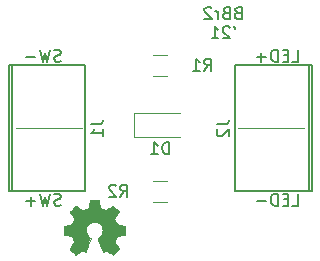
<source format=gbr>
%TF.GenerationSoftware,KiCad,Pcbnew,(5.1.10)-1*%
%TF.CreationDate,2021-07-06T18:58:15-04:00*%
%TF.ProjectId,button_mount,62757474-6f6e-45f6-9d6f-756e742e6b69,rev?*%
%TF.SameCoordinates,Original*%
%TF.FileFunction,Legend,Bot*%
%TF.FilePolarity,Positive*%
%FSLAX46Y46*%
G04 Gerber Fmt 4.6, Leading zero omitted, Abs format (unit mm)*
G04 Created by KiCad (PCBNEW (5.1.10)-1) date 2021-07-06 18:58:15*
%MOMM*%
%LPD*%
G01*
G04 APERTURE LIST*
%ADD10C,0.120000*%
%ADD11C,0.150000*%
%ADD12C,0.002540*%
G04 APERTURE END LIST*
D10*
X130048000Y-88900000D02*
X124460000Y-88900000D01*
X105664000Y-88900000D02*
X111252000Y-88900000D01*
D11*
X124404285Y-79113571D02*
X124261428Y-79161190D01*
X124213809Y-79208809D01*
X124166190Y-79304047D01*
X124166190Y-79446904D01*
X124213809Y-79542142D01*
X124261428Y-79589761D01*
X124356666Y-79637380D01*
X124737619Y-79637380D01*
X124737619Y-78637380D01*
X124404285Y-78637380D01*
X124309047Y-78685000D01*
X124261428Y-78732619D01*
X124213809Y-78827857D01*
X124213809Y-78923095D01*
X124261428Y-79018333D01*
X124309047Y-79065952D01*
X124404285Y-79113571D01*
X124737619Y-79113571D01*
X123404285Y-79113571D02*
X123261428Y-79161190D01*
X123213809Y-79208809D01*
X123166190Y-79304047D01*
X123166190Y-79446904D01*
X123213809Y-79542142D01*
X123261428Y-79589761D01*
X123356666Y-79637380D01*
X123737619Y-79637380D01*
X123737619Y-78637380D01*
X123404285Y-78637380D01*
X123309047Y-78685000D01*
X123261428Y-78732619D01*
X123213809Y-78827857D01*
X123213809Y-78923095D01*
X123261428Y-79018333D01*
X123309047Y-79065952D01*
X123404285Y-79113571D01*
X123737619Y-79113571D01*
X122737619Y-79637380D02*
X122737619Y-78970714D01*
X122737619Y-79161190D02*
X122690000Y-79065952D01*
X122642380Y-79018333D01*
X122547142Y-78970714D01*
X122451904Y-78970714D01*
X122166190Y-78732619D02*
X122118571Y-78685000D01*
X122023333Y-78637380D01*
X121785238Y-78637380D01*
X121690000Y-78685000D01*
X121642380Y-78732619D01*
X121594761Y-78827857D01*
X121594761Y-78923095D01*
X121642380Y-79065952D01*
X122213809Y-79637380D01*
X121594761Y-79637380D01*
X124094761Y-80287380D02*
X124190000Y-80477857D01*
X123713809Y-80382619D02*
X123666190Y-80335000D01*
X123570952Y-80287380D01*
X123332857Y-80287380D01*
X123237619Y-80335000D01*
X123190000Y-80382619D01*
X123142380Y-80477857D01*
X123142380Y-80573095D01*
X123190000Y-80715952D01*
X123761428Y-81287380D01*
X123142380Y-81287380D01*
X122190000Y-81287380D02*
X122761428Y-81287380D01*
X122475714Y-81287380D02*
X122475714Y-80287380D01*
X122570952Y-80430238D01*
X122666190Y-80525476D01*
X122761428Y-80573095D01*
X129023904Y-95448380D02*
X129500095Y-95448380D01*
X129500095Y-94448380D01*
X128690571Y-94924571D02*
X128357238Y-94924571D01*
X128214380Y-95448380D02*
X128690571Y-95448380D01*
X128690571Y-94448380D01*
X128214380Y-94448380D01*
X127785809Y-95448380D02*
X127785809Y-94448380D01*
X127547714Y-94448380D01*
X127404857Y-94496000D01*
X127309619Y-94591238D01*
X127262000Y-94686476D01*
X127214380Y-94876952D01*
X127214380Y-95019809D01*
X127262000Y-95210285D01*
X127309619Y-95305523D01*
X127404857Y-95400761D01*
X127547714Y-95448380D01*
X127785809Y-95448380D01*
X126785809Y-95067428D02*
X126023904Y-95067428D01*
X129023904Y-83256380D02*
X129500095Y-83256380D01*
X129500095Y-82256380D01*
X128690571Y-82732571D02*
X128357238Y-82732571D01*
X128214380Y-83256380D02*
X128690571Y-83256380D01*
X128690571Y-82256380D01*
X128214380Y-82256380D01*
X127785809Y-83256380D02*
X127785809Y-82256380D01*
X127547714Y-82256380D01*
X127404857Y-82304000D01*
X127309619Y-82399238D01*
X127262000Y-82494476D01*
X127214380Y-82684952D01*
X127214380Y-82827809D01*
X127262000Y-83018285D01*
X127309619Y-83113523D01*
X127404857Y-83208761D01*
X127547714Y-83256380D01*
X127785809Y-83256380D01*
X126785809Y-82875428D02*
X126023904Y-82875428D01*
X126404857Y-83256380D02*
X126404857Y-82494476D01*
X109426190Y-83208761D02*
X109283333Y-83256380D01*
X109045238Y-83256380D01*
X108950000Y-83208761D01*
X108902380Y-83161142D01*
X108854761Y-83065904D01*
X108854761Y-82970666D01*
X108902380Y-82875428D01*
X108950000Y-82827809D01*
X109045238Y-82780190D01*
X109235714Y-82732571D01*
X109330952Y-82684952D01*
X109378571Y-82637333D01*
X109426190Y-82542095D01*
X109426190Y-82446857D01*
X109378571Y-82351619D01*
X109330952Y-82304000D01*
X109235714Y-82256380D01*
X108997619Y-82256380D01*
X108854761Y-82304000D01*
X108521428Y-82256380D02*
X108283333Y-83256380D01*
X108092857Y-82542095D01*
X107902380Y-83256380D01*
X107664285Y-82256380D01*
X107283333Y-82875428D02*
X106521428Y-82875428D01*
X109426190Y-95400761D02*
X109283333Y-95448380D01*
X109045238Y-95448380D01*
X108950000Y-95400761D01*
X108902380Y-95353142D01*
X108854761Y-95257904D01*
X108854761Y-95162666D01*
X108902380Y-95067428D01*
X108950000Y-95019809D01*
X109045238Y-94972190D01*
X109235714Y-94924571D01*
X109330952Y-94876952D01*
X109378571Y-94829333D01*
X109426190Y-94734095D01*
X109426190Y-94638857D01*
X109378571Y-94543619D01*
X109330952Y-94496000D01*
X109235714Y-94448380D01*
X108997619Y-94448380D01*
X108854761Y-94496000D01*
X108521428Y-94448380D02*
X108283333Y-95448380D01*
X108092857Y-94734095D01*
X107902380Y-95448380D01*
X107664285Y-94448380D01*
X107283333Y-95067428D02*
X106521428Y-95067428D01*
X106902380Y-95448380D02*
X106902380Y-94686476D01*
%TO.C,J2*%
X124208000Y-83590000D02*
X124208000Y-94210000D01*
X130708000Y-83590000D02*
X130708000Y-94210000D01*
X130408000Y-83590000D02*
X130408000Y-94210000D01*
X124208000Y-83590000D02*
X130708000Y-83590000D01*
X124208000Y-94210000D02*
X130708000Y-94210000D01*
%TO.C,J1*%
X111504000Y-94210000D02*
X111504000Y-83590000D01*
X105004000Y-94210000D02*
X105004000Y-83590000D01*
X105304000Y-94210000D02*
X105304000Y-83590000D01*
X111504000Y-94210000D02*
X105004000Y-94210000D01*
X111504000Y-83590000D02*
X105004000Y-83590000D01*
D12*
%TO.C,G\u002A\u002A\u002A*%
G36*
X113842800Y-99616260D02*
G01*
X113814860Y-99603560D01*
X113753900Y-99562920D01*
X113667540Y-99507040D01*
X113565940Y-99438460D01*
X113461800Y-99369880D01*
X113377980Y-99311460D01*
X113319560Y-99273360D01*
X113294160Y-99260660D01*
X113281460Y-99265740D01*
X113230660Y-99288600D01*
X113159540Y-99326700D01*
X113118900Y-99347020D01*
X113055400Y-99374960D01*
X113022380Y-99380040D01*
X113017300Y-99372420D01*
X112991900Y-99321620D01*
X112956340Y-99237800D01*
X112905540Y-99123500D01*
X112849660Y-98991420D01*
X112788700Y-98849180D01*
X112730280Y-98704400D01*
X112671860Y-98567240D01*
X112621060Y-98442780D01*
X112580420Y-98341180D01*
X112552480Y-98270060D01*
X112542320Y-98239580D01*
X112547400Y-98234500D01*
X112577880Y-98201480D01*
X112636300Y-98158300D01*
X112758220Y-98059240D01*
X112880140Y-97906840D01*
X112953800Y-97736660D01*
X112979200Y-97543620D01*
X112958880Y-97365820D01*
X112887760Y-97198180D01*
X112768380Y-97045780D01*
X112626140Y-96931480D01*
X112455960Y-96857820D01*
X112268000Y-96834960D01*
X112087660Y-96855280D01*
X111912400Y-96923860D01*
X111760000Y-97040700D01*
X111696500Y-97116900D01*
X111605060Y-97271840D01*
X111554260Y-97436940D01*
X111549180Y-97477580D01*
X111556800Y-97660460D01*
X111610140Y-97835720D01*
X111706660Y-97993200D01*
X111841280Y-98120200D01*
X111859060Y-98132900D01*
X111920020Y-98178620D01*
X111963200Y-98211640D01*
X111993680Y-98237040D01*
X111762540Y-98798380D01*
X111724440Y-98887280D01*
X111660940Y-99039680D01*
X111605060Y-99171760D01*
X111559340Y-99275900D01*
X111528860Y-99347020D01*
X111516160Y-99374960D01*
X111513620Y-99374960D01*
X111493300Y-99380040D01*
X111450120Y-99364800D01*
X111373920Y-99326700D01*
X111320580Y-99298760D01*
X111262160Y-99270820D01*
X111234220Y-99260660D01*
X111211360Y-99273360D01*
X111155480Y-99308920D01*
X111071660Y-99364800D01*
X110972600Y-99433380D01*
X110876080Y-99496880D01*
X110789720Y-99555300D01*
X110723680Y-99595940D01*
X110693200Y-99613720D01*
X110688120Y-99613720D01*
X110660180Y-99598480D01*
X110611920Y-99555300D01*
X110535720Y-99484180D01*
X110426500Y-99377500D01*
X110411260Y-99362260D01*
X110322360Y-99270820D01*
X110248700Y-99194620D01*
X110200440Y-99141280D01*
X110185200Y-99115880D01*
X110200440Y-99085400D01*
X110241080Y-99021900D01*
X110299500Y-98933000D01*
X110370620Y-98828860D01*
X110556040Y-98559620D01*
X110451900Y-98305620D01*
X110421420Y-98229420D01*
X110383320Y-98135440D01*
X110352840Y-98066860D01*
X110337600Y-98038920D01*
X110309660Y-98028760D01*
X110241080Y-98010980D01*
X110139480Y-97990660D01*
X110020100Y-97967800D01*
X109905800Y-97947480D01*
X109801660Y-97927160D01*
X109725460Y-97911920D01*
X109692440Y-97906840D01*
X109684820Y-97901760D01*
X109677200Y-97883980D01*
X109674660Y-97850960D01*
X109669580Y-97787460D01*
X109669580Y-97688400D01*
X109669580Y-97543620D01*
X109669580Y-97528380D01*
X109669580Y-97391220D01*
X109672120Y-97282000D01*
X109677200Y-97213420D01*
X109682280Y-97185480D01*
X109715300Y-97177860D01*
X109786420Y-97160080D01*
X109890560Y-97142300D01*
X110015020Y-97116900D01*
X110022640Y-97116900D01*
X110144560Y-97091500D01*
X110248700Y-97071180D01*
X110319820Y-97053400D01*
X110350300Y-97045780D01*
X110357920Y-97035620D01*
X110380780Y-96987360D01*
X110416340Y-96911160D01*
X110456980Y-96819720D01*
X110497620Y-96723200D01*
X110533180Y-96634300D01*
X110556040Y-96570800D01*
X110563660Y-96540320D01*
X110543340Y-96509840D01*
X110502700Y-96446340D01*
X110441740Y-96359980D01*
X110370620Y-96253300D01*
X110365540Y-96245680D01*
X110294420Y-96141540D01*
X110236000Y-96055180D01*
X110197900Y-95991680D01*
X110185200Y-95963740D01*
X110185200Y-95961200D01*
X110208060Y-95930720D01*
X110261400Y-95872300D01*
X110337600Y-95793560D01*
X110426500Y-95699580D01*
X110456980Y-95671640D01*
X110558580Y-95572580D01*
X110627160Y-95509080D01*
X110672880Y-95473520D01*
X110693200Y-95465900D01*
X110693200Y-95468440D01*
X110723680Y-95486220D01*
X110789720Y-95529400D01*
X110878620Y-95590360D01*
X110985300Y-95661480D01*
X110992920Y-95666560D01*
X111097060Y-95737680D01*
X111183420Y-95796100D01*
X111244380Y-95836740D01*
X111272320Y-95851980D01*
X111274860Y-95851980D01*
X111318040Y-95839280D01*
X111391700Y-95813880D01*
X111483140Y-95778320D01*
X111579660Y-95740220D01*
X111666020Y-95704660D01*
X111732060Y-95674180D01*
X111762540Y-95656400D01*
X111762540Y-95653860D01*
X111775240Y-95618300D01*
X111793020Y-95539560D01*
X111815880Y-95432880D01*
X111838740Y-95305880D01*
X111843820Y-95285560D01*
X111866680Y-95161100D01*
X111887000Y-95059500D01*
X111899700Y-94988380D01*
X111907320Y-94957900D01*
X111925100Y-94955360D01*
X111986060Y-94950280D01*
X112077500Y-94947740D01*
X112189260Y-94945200D01*
X112306100Y-94947740D01*
X112420400Y-94950280D01*
X112519460Y-94952820D01*
X112590580Y-94957900D01*
X112618520Y-94962980D01*
X112621060Y-94965520D01*
X112631220Y-95003620D01*
X112649000Y-95082360D01*
X112669320Y-95189040D01*
X112694720Y-95316040D01*
X112699800Y-95338900D01*
X112722660Y-95463360D01*
X112742980Y-95564960D01*
X112758220Y-95633540D01*
X112765840Y-95661480D01*
X112776000Y-95666560D01*
X112826800Y-95689420D01*
X112910620Y-95724980D01*
X113012220Y-95765620D01*
X113250980Y-95862140D01*
X113543080Y-95661480D01*
X113571020Y-95643700D01*
X113675160Y-95572580D01*
X113761520Y-95514160D01*
X113822480Y-95476060D01*
X113845340Y-95460820D01*
X113847880Y-95463360D01*
X113875820Y-95488760D01*
X113934240Y-95542100D01*
X114012980Y-95618300D01*
X114106960Y-95709740D01*
X114173000Y-95778320D01*
X114254280Y-95862140D01*
X114305080Y-95915480D01*
X114333020Y-95951040D01*
X114343180Y-95973900D01*
X114340640Y-95986600D01*
X114320320Y-96017080D01*
X114279680Y-96080580D01*
X114218720Y-96169480D01*
X114147600Y-96273620D01*
X114089180Y-96359980D01*
X114025680Y-96456500D01*
X113985040Y-96527620D01*
X113969800Y-96560640D01*
X113974880Y-96575880D01*
X113992660Y-96631760D01*
X114028220Y-96718120D01*
X114071400Y-96822260D01*
X114173000Y-97053400D01*
X114325400Y-97081340D01*
X114416840Y-97099120D01*
X114546380Y-97124520D01*
X114668300Y-97147380D01*
X114861340Y-97185480D01*
X114866420Y-97889060D01*
X114838480Y-97901760D01*
X114808000Y-97909380D01*
X114736880Y-97924620D01*
X114635280Y-97944940D01*
X114515900Y-97967800D01*
X114414300Y-97985580D01*
X114312700Y-98005900D01*
X114239040Y-98018600D01*
X114206020Y-98026220D01*
X114198400Y-98038920D01*
X114170460Y-98087180D01*
X114134900Y-98165920D01*
X114094260Y-98262440D01*
X114053620Y-98361500D01*
X114018060Y-98450400D01*
X113992660Y-98521520D01*
X113982500Y-98557080D01*
X113997740Y-98582480D01*
X114035840Y-98643440D01*
X114091720Y-98729800D01*
X114162840Y-98831400D01*
X114231420Y-98933000D01*
X114289840Y-99021900D01*
X114330480Y-99085400D01*
X114348260Y-99113340D01*
X114340640Y-99131120D01*
X114300000Y-99181920D01*
X114221260Y-99260660D01*
X114106960Y-99374960D01*
X114089180Y-99392740D01*
X113997740Y-99481640D01*
X113921540Y-99552760D01*
X113868200Y-99598480D01*
X113842800Y-99616260D01*
G37*
X113842800Y-99616260D02*
X113814860Y-99603560D01*
X113753900Y-99562920D01*
X113667540Y-99507040D01*
X113565940Y-99438460D01*
X113461800Y-99369880D01*
X113377980Y-99311460D01*
X113319560Y-99273360D01*
X113294160Y-99260660D01*
X113281460Y-99265740D01*
X113230660Y-99288600D01*
X113159540Y-99326700D01*
X113118900Y-99347020D01*
X113055400Y-99374960D01*
X113022380Y-99380040D01*
X113017300Y-99372420D01*
X112991900Y-99321620D01*
X112956340Y-99237800D01*
X112905540Y-99123500D01*
X112849660Y-98991420D01*
X112788700Y-98849180D01*
X112730280Y-98704400D01*
X112671860Y-98567240D01*
X112621060Y-98442780D01*
X112580420Y-98341180D01*
X112552480Y-98270060D01*
X112542320Y-98239580D01*
X112547400Y-98234500D01*
X112577880Y-98201480D01*
X112636300Y-98158300D01*
X112758220Y-98059240D01*
X112880140Y-97906840D01*
X112953800Y-97736660D01*
X112979200Y-97543620D01*
X112958880Y-97365820D01*
X112887760Y-97198180D01*
X112768380Y-97045780D01*
X112626140Y-96931480D01*
X112455960Y-96857820D01*
X112268000Y-96834960D01*
X112087660Y-96855280D01*
X111912400Y-96923860D01*
X111760000Y-97040700D01*
X111696500Y-97116900D01*
X111605060Y-97271840D01*
X111554260Y-97436940D01*
X111549180Y-97477580D01*
X111556800Y-97660460D01*
X111610140Y-97835720D01*
X111706660Y-97993200D01*
X111841280Y-98120200D01*
X111859060Y-98132900D01*
X111920020Y-98178620D01*
X111963200Y-98211640D01*
X111993680Y-98237040D01*
X111762540Y-98798380D01*
X111724440Y-98887280D01*
X111660940Y-99039680D01*
X111605060Y-99171760D01*
X111559340Y-99275900D01*
X111528860Y-99347020D01*
X111516160Y-99374960D01*
X111513620Y-99374960D01*
X111493300Y-99380040D01*
X111450120Y-99364800D01*
X111373920Y-99326700D01*
X111320580Y-99298760D01*
X111262160Y-99270820D01*
X111234220Y-99260660D01*
X111211360Y-99273360D01*
X111155480Y-99308920D01*
X111071660Y-99364800D01*
X110972600Y-99433380D01*
X110876080Y-99496880D01*
X110789720Y-99555300D01*
X110723680Y-99595940D01*
X110693200Y-99613720D01*
X110688120Y-99613720D01*
X110660180Y-99598480D01*
X110611920Y-99555300D01*
X110535720Y-99484180D01*
X110426500Y-99377500D01*
X110411260Y-99362260D01*
X110322360Y-99270820D01*
X110248700Y-99194620D01*
X110200440Y-99141280D01*
X110185200Y-99115880D01*
X110200440Y-99085400D01*
X110241080Y-99021900D01*
X110299500Y-98933000D01*
X110370620Y-98828860D01*
X110556040Y-98559620D01*
X110451900Y-98305620D01*
X110421420Y-98229420D01*
X110383320Y-98135440D01*
X110352840Y-98066860D01*
X110337600Y-98038920D01*
X110309660Y-98028760D01*
X110241080Y-98010980D01*
X110139480Y-97990660D01*
X110020100Y-97967800D01*
X109905800Y-97947480D01*
X109801660Y-97927160D01*
X109725460Y-97911920D01*
X109692440Y-97906840D01*
X109684820Y-97901760D01*
X109677200Y-97883980D01*
X109674660Y-97850960D01*
X109669580Y-97787460D01*
X109669580Y-97688400D01*
X109669580Y-97543620D01*
X109669580Y-97528380D01*
X109669580Y-97391220D01*
X109672120Y-97282000D01*
X109677200Y-97213420D01*
X109682280Y-97185480D01*
X109715300Y-97177860D01*
X109786420Y-97160080D01*
X109890560Y-97142300D01*
X110015020Y-97116900D01*
X110022640Y-97116900D01*
X110144560Y-97091500D01*
X110248700Y-97071180D01*
X110319820Y-97053400D01*
X110350300Y-97045780D01*
X110357920Y-97035620D01*
X110380780Y-96987360D01*
X110416340Y-96911160D01*
X110456980Y-96819720D01*
X110497620Y-96723200D01*
X110533180Y-96634300D01*
X110556040Y-96570800D01*
X110563660Y-96540320D01*
X110543340Y-96509840D01*
X110502700Y-96446340D01*
X110441740Y-96359980D01*
X110370620Y-96253300D01*
X110365540Y-96245680D01*
X110294420Y-96141540D01*
X110236000Y-96055180D01*
X110197900Y-95991680D01*
X110185200Y-95963740D01*
X110185200Y-95961200D01*
X110208060Y-95930720D01*
X110261400Y-95872300D01*
X110337600Y-95793560D01*
X110426500Y-95699580D01*
X110456980Y-95671640D01*
X110558580Y-95572580D01*
X110627160Y-95509080D01*
X110672880Y-95473520D01*
X110693200Y-95465900D01*
X110693200Y-95468440D01*
X110723680Y-95486220D01*
X110789720Y-95529400D01*
X110878620Y-95590360D01*
X110985300Y-95661480D01*
X110992920Y-95666560D01*
X111097060Y-95737680D01*
X111183420Y-95796100D01*
X111244380Y-95836740D01*
X111272320Y-95851980D01*
X111274860Y-95851980D01*
X111318040Y-95839280D01*
X111391700Y-95813880D01*
X111483140Y-95778320D01*
X111579660Y-95740220D01*
X111666020Y-95704660D01*
X111732060Y-95674180D01*
X111762540Y-95656400D01*
X111762540Y-95653860D01*
X111775240Y-95618300D01*
X111793020Y-95539560D01*
X111815880Y-95432880D01*
X111838740Y-95305880D01*
X111843820Y-95285560D01*
X111866680Y-95161100D01*
X111887000Y-95059500D01*
X111899700Y-94988380D01*
X111907320Y-94957900D01*
X111925100Y-94955360D01*
X111986060Y-94950280D01*
X112077500Y-94947740D01*
X112189260Y-94945200D01*
X112306100Y-94947740D01*
X112420400Y-94950280D01*
X112519460Y-94952820D01*
X112590580Y-94957900D01*
X112618520Y-94962980D01*
X112621060Y-94965520D01*
X112631220Y-95003620D01*
X112649000Y-95082360D01*
X112669320Y-95189040D01*
X112694720Y-95316040D01*
X112699800Y-95338900D01*
X112722660Y-95463360D01*
X112742980Y-95564960D01*
X112758220Y-95633540D01*
X112765840Y-95661480D01*
X112776000Y-95666560D01*
X112826800Y-95689420D01*
X112910620Y-95724980D01*
X113012220Y-95765620D01*
X113250980Y-95862140D01*
X113543080Y-95661480D01*
X113571020Y-95643700D01*
X113675160Y-95572580D01*
X113761520Y-95514160D01*
X113822480Y-95476060D01*
X113845340Y-95460820D01*
X113847880Y-95463360D01*
X113875820Y-95488760D01*
X113934240Y-95542100D01*
X114012980Y-95618300D01*
X114106960Y-95709740D01*
X114173000Y-95778320D01*
X114254280Y-95862140D01*
X114305080Y-95915480D01*
X114333020Y-95951040D01*
X114343180Y-95973900D01*
X114340640Y-95986600D01*
X114320320Y-96017080D01*
X114279680Y-96080580D01*
X114218720Y-96169480D01*
X114147600Y-96273620D01*
X114089180Y-96359980D01*
X114025680Y-96456500D01*
X113985040Y-96527620D01*
X113969800Y-96560640D01*
X113974880Y-96575880D01*
X113992660Y-96631760D01*
X114028220Y-96718120D01*
X114071400Y-96822260D01*
X114173000Y-97053400D01*
X114325400Y-97081340D01*
X114416840Y-97099120D01*
X114546380Y-97124520D01*
X114668300Y-97147380D01*
X114861340Y-97185480D01*
X114866420Y-97889060D01*
X114838480Y-97901760D01*
X114808000Y-97909380D01*
X114736880Y-97924620D01*
X114635280Y-97944940D01*
X114515900Y-97967800D01*
X114414300Y-97985580D01*
X114312700Y-98005900D01*
X114239040Y-98018600D01*
X114206020Y-98026220D01*
X114198400Y-98038920D01*
X114170460Y-98087180D01*
X114134900Y-98165920D01*
X114094260Y-98262440D01*
X114053620Y-98361500D01*
X114018060Y-98450400D01*
X113992660Y-98521520D01*
X113982500Y-98557080D01*
X113997740Y-98582480D01*
X114035840Y-98643440D01*
X114091720Y-98729800D01*
X114162840Y-98831400D01*
X114231420Y-98933000D01*
X114289840Y-99021900D01*
X114330480Y-99085400D01*
X114348260Y-99113340D01*
X114340640Y-99131120D01*
X114300000Y-99181920D01*
X114221260Y-99260660D01*
X114106960Y-99374960D01*
X114089180Y-99392740D01*
X113997740Y-99481640D01*
X113921540Y-99552760D01*
X113868200Y-99598480D01*
X113842800Y-99616260D01*
D10*
%TO.C,R2*%
X117256000Y-95114000D02*
X118456000Y-95114000D01*
X118456000Y-93354000D02*
X117256000Y-93354000D01*
%TO.C,R1*%
X118456000Y-82686000D02*
X117256000Y-82686000D01*
X117256000Y-84446000D02*
X118456000Y-84446000D01*
%TO.C,D1*%
X115606000Y-89646000D02*
X115606000Y-87646000D01*
X115606000Y-87646000D02*
X119506000Y-87646000D01*
X115606000Y-89646000D02*
X119506000Y-89646000D01*
%TO.C,J2*%
D11*
X122642380Y-88566666D02*
X123356666Y-88566666D01*
X123499523Y-88519047D01*
X123594761Y-88423809D01*
X123642380Y-88280952D01*
X123642380Y-88185714D01*
X122737619Y-88995238D02*
X122690000Y-89042857D01*
X122642380Y-89138095D01*
X122642380Y-89376190D01*
X122690000Y-89471428D01*
X122737619Y-89519047D01*
X122832857Y-89566666D01*
X122928095Y-89566666D01*
X123070952Y-89519047D01*
X123642380Y-88947619D01*
X123642380Y-89566666D01*
%TO.C,J1*%
X111974380Y-88566666D02*
X112688666Y-88566666D01*
X112831523Y-88519047D01*
X112926761Y-88423809D01*
X112974380Y-88280952D01*
X112974380Y-88185714D01*
X112974380Y-89566666D02*
X112974380Y-88995238D01*
X112974380Y-89280952D02*
X111974380Y-89280952D01*
X112117238Y-89185714D01*
X112212476Y-89090476D01*
X112260095Y-88995238D01*
%TO.C,R2*%
X114466666Y-94686380D02*
X114800000Y-94210190D01*
X115038095Y-94686380D02*
X115038095Y-93686380D01*
X114657142Y-93686380D01*
X114561904Y-93734000D01*
X114514285Y-93781619D01*
X114466666Y-93876857D01*
X114466666Y-94019714D01*
X114514285Y-94114952D01*
X114561904Y-94162571D01*
X114657142Y-94210190D01*
X115038095Y-94210190D01*
X114085714Y-93781619D02*
X114038095Y-93734000D01*
X113942857Y-93686380D01*
X113704761Y-93686380D01*
X113609523Y-93734000D01*
X113561904Y-93781619D01*
X113514285Y-93876857D01*
X113514285Y-93972095D01*
X113561904Y-94114952D01*
X114133333Y-94686380D01*
X113514285Y-94686380D01*
%TO.C,R1*%
X121578666Y-84018380D02*
X121912000Y-83542190D01*
X122150095Y-84018380D02*
X122150095Y-83018380D01*
X121769142Y-83018380D01*
X121673904Y-83066000D01*
X121626285Y-83113619D01*
X121578666Y-83208857D01*
X121578666Y-83351714D01*
X121626285Y-83446952D01*
X121673904Y-83494571D01*
X121769142Y-83542190D01*
X122150095Y-83542190D01*
X120626285Y-84018380D02*
X121197714Y-84018380D01*
X120912000Y-84018380D02*
X120912000Y-83018380D01*
X121007238Y-83161238D01*
X121102476Y-83256476D01*
X121197714Y-83304095D01*
%TO.C,D1*%
X118594095Y-91098380D02*
X118594095Y-90098380D01*
X118356000Y-90098380D01*
X118213142Y-90146000D01*
X118117904Y-90241238D01*
X118070285Y-90336476D01*
X118022666Y-90526952D01*
X118022666Y-90669809D01*
X118070285Y-90860285D01*
X118117904Y-90955523D01*
X118213142Y-91050761D01*
X118356000Y-91098380D01*
X118594095Y-91098380D01*
X117070285Y-91098380D02*
X117641714Y-91098380D01*
X117356000Y-91098380D02*
X117356000Y-90098380D01*
X117451238Y-90241238D01*
X117546476Y-90336476D01*
X117641714Y-90384095D01*
%TD*%
M02*

</source>
